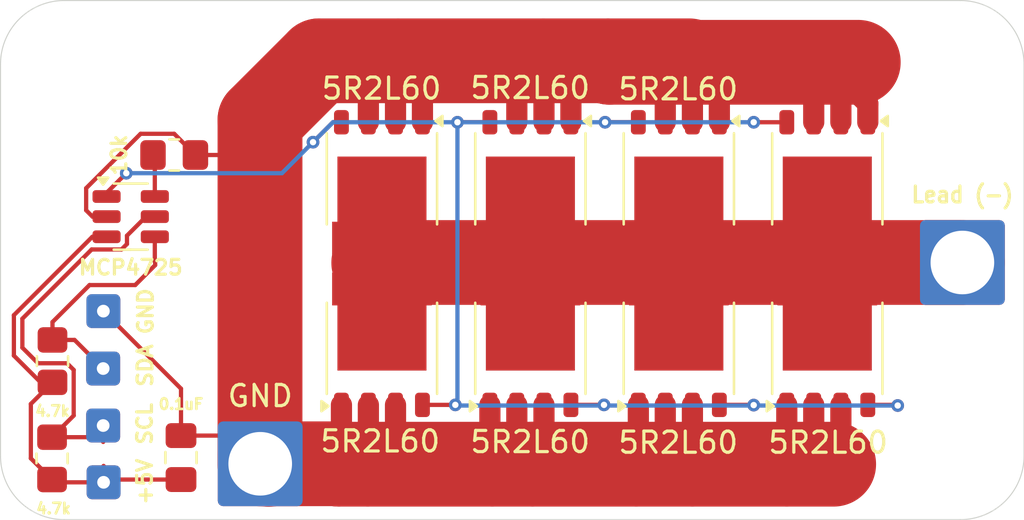
<source format=kicad_pcb>
(kicad_pcb (version 20240108) (generator "pcbnew") (generator_version "8.0")
  (layers (0 "F.Cu" signal) (31 "B.Cu" signal) (34 "B.Paste" user) (35 "F.Paste" user) (36 "B.SilkS" user "B.Silkscreen") (37 "F.SilkS" user "F.Silkscreen") (38 "B.Mask" user) (39 "F.Mask" user) (44 "Edge.Cuts" user))
  (net 0 "")
  (net 1 "GND")
  (net 2 "Net-(U1-A0)")
  (net 3 "SCL")
  (net 4 "+5V")
  (net 5 "SDA")
  (net 6 "Net-(Q1-G)")
  (net 7 "Lead (-)")
  (footprint "Package_TO_SOT_SMD:LFPAK56" (layer "F.Cu") (at 93.325 92.055 90)
    (property "Reference" "Q4" (hide yes))
    (property "Value" "5R2L60" (at -4.39 -0.08 0) (layer "F.SilkS"))
    (fp_line (start 2.15 -2.6) (end -2.15 -2.6) (stroke (width 0.12)) (layer "F.SilkS"))
    (fp_line (start -2.15 2.6) (end 2.15 2.6) (stroke (width 0.12)) (layer "F.SilkS"))
    (fp_poly (pts (xy -2.73 -2.523297) (xy -2.49 -2.853297) (xy -2.97 -2.853297) (xy -2.73 -2.523297)) (stroke (width 0.12)) (fill solid) (layer "F.SilkS"))
    (pad "1" smd roundrect (at -2.67 -1.91) (size 0.7 1.15) (layers "F.Cu" "F.Paste" "F.Mask") (net 1 "GND"))
    (pad "2" smd roundrect (at -2.67 -0.64) (size 0.7 1.15) (layers "F.Cu" "F.Paste" "F.Mask") (net 1 "GND"))
    (pad "3" smd roundrect (at -2.67 0.64) (size 0.7 1.15) (layers "F.Cu" "F.Paste" "F.Mask") (net 1 "GND"))
    (pad "4" smd roundrect (at -2.67 1.91) (size 0.7 1.15) (layers "F.Cu" "F.Paste" "F.Mask") (net 6 "Net-(Q1-G)"))
    (pad "5" smd custom (at 0.6 0 90) (size 3.3 4.2) (layers "F.Cu" "F.Mask") (net 7 "Lead (-)") (options (clearance outline) (anchor rect)) (primitives (gr_poly (pts (xy 2.975 2.35) (xy 1.425 2.35) (xy 1.425 -2.35) (xy 2.975 -2.35)) (width 0) (fill yes))))
  )
  (footprint "Package_TO_SOT_SMD:LFPAK56" (layer "F.Cu") (at 100.325 92.055 90)
    (property "Reference" "Q2" (hide yes))
    (property "Value" "5R2L60" (at -4.42 -0.01 0) (layer "F.SilkS"))
    (fp_line (start 2.15 -2.6) (end -2.15 -2.6) (stroke (width 0.12)) (layer "F.SilkS"))
    (fp_line (start -2.15 2.6) (end 2.15 2.6) (stroke (width 0.12)) (layer "F.SilkS"))
    (fp_poly (pts (xy -2.73 -2.523297) (xy -2.49 -2.853297) (xy -2.97 -2.853297) (xy -2.73 -2.523297)) (stroke (width 0.12)) (fill solid) (layer "F.SilkS"))
    (pad "1" smd roundrect (at -2.67 -1.91) (size 0.7 1.15) (layers "F.Cu" "F.Paste" "F.Mask") (net 1 "GND"))
    (pad "2" smd roundrect (at -2.67 -0.64) (size 0.7 1.15) (layers "F.Cu" "F.Paste" "F.Mask") (net 1 "GND"))
    (pad "3" smd roundrect (at -2.67 0.64) (size 0.7 1.15) (layers "F.Cu" "F.Paste" "F.Mask") (net 1 "GND"))
    (pad "4" smd roundrect (at -2.67 1.91) (size 0.7 1.15) (layers "F.Cu" "F.Paste" "F.Mask") (net 6 "Net-(Q1-G)"))
    (pad "5" smd custom (at 0.6 0 90) (size 3.3 4.2) (layers "F.Cu" "F.Mask") (net 7 "Lead (-)") (options (clearance outline) (anchor rect)) (primitives (gr_poly (pts (xy 2.975 2.35) (xy 1.425 2.35) (xy 1.425 -2.35) (xy 2.975 -2.35)) (width 0) (fill yes))))
  )
  (footprint "Package_TO_SOT_SMD:LFPAK56" (layer "F.Cu") (at 107.325 92.055 90)
    (property "Reference" "Q3" (hide yes))
    (property "Value" "5R2L60" (at -4.45 -0.03 0) (layer "F.SilkS"))
    (fp_line (start 2.15 -2.6) (end -2.15 -2.6) (stroke (width 0.12)) (layer "F.SilkS"))
    (fp_line (start -2.15 2.6) (end 2.15 2.6) (stroke (width 0.12)) (layer "F.SilkS"))
    (fp_poly (pts (xy -2.73 -2.523297) (xy -2.49 -2.853297) (xy -2.97 -2.853297) (xy -2.73 -2.523297)) (stroke (width 0.12)) (fill solid) (layer "F.SilkS"))
    (pad "1" smd roundrect (at -2.67 -1.91) (size 0.7 1.15) (layers "F.Cu" "F.Paste" "F.Mask") (net 1 "GND"))
    (pad "2" smd roundrect (at -2.67 -0.64) (size 0.7 1.15) (layers "F.Cu" "F.Paste" "F.Mask") (net 1 "GND"))
    (pad "3" smd roundrect (at -2.67 0.64) (size 0.7 1.15) (layers "F.Cu" "F.Paste" "F.Mask") (net 1 "GND"))
    (pad "4" smd roundrect (at -2.67 1.91) (size 0.7 1.15) (layers "F.Cu" "F.Paste" "F.Mask") (net 6 "Net-(Q1-G)"))
    (pad "5" smd custom (at 0.6 0 90) (size 3.3 4.2) (layers "F.Cu" "F.Mask") (net 7 "Lead (-)") (options (clearance outline) (anchor rect)) (primitives (gr_poly (pts (xy 2.975 2.35) (xy 1.425 2.35) (xy 1.425 -2.35) (xy 2.975 -2.35)) (width 0) (fill yes))))
  )
  (footprint "Connector_Wire:SolderWire-0.1sqmm_1x01_D0.4mm_OD1mm" (layer "F.Cu") (at 80.19 90.3)
    (property "Reference" "GND" (at 1.99 0.01 90) (layer "F.SilkS") (effects (font (size 0.7 0.7))))
    (property "Value" "Conn_01x01_Socket" (hide yes))
    (pad "1" thru_hole roundrect (at 0 0) (size 1.6 1.6) (drill 0.6) (layers "*.Cu" "*.Mask") (roundrect_rratio 0.15625) (net 1 "GND"))
  )
  (footprint "Connector_Wire:SolderWire-2.5sqmm_1x01_D2.4mm_OD3.6mm" (layer "F.Cu") (at 120.695 88.005)
    (property "Reference" "Lead (-)" (at 0 -3.2 0) (layer "F.SilkS") (effects (font (size 0.75 0.7))))
    (property "Value" "Conn_01x01_Socket" (hide yes))
    (pad "1" thru_hole roundrect (at 0 0) (size 4 4) (drill 3) (layers "*.Cu" "*.Mask") (roundrect_rratio 0.0625) (net 7 "Lead (-)"))
  )
  (footprint "Package_TO_SOT_SMD:LFPAK56" (layer "F.Cu") (at 107.325 84.055 -90)
    (property "Reference" "Q7" (hide yes))
    (property "Value" "5R2L60" (at -4.23 0.03 180) (layer "F.SilkS"))
    (fp_line (start -2.15 2.6) (end 2.15 2.6) (stroke (width 0.12)) (layer "F.SilkS"))
    (fp_line (start 2.15 -2.6) (end -2.15 -2.6) (stroke (width 0.12)) (layer "F.SilkS"))
    (fp_poly (pts (xy -2.73 -2.523297) (xy -2.49 -2.853297) (xy -2.97 -2.853297) (xy -2.73 -2.523297)) (stroke (width 0.12)) (fill solid) (layer "F.SilkS"))
    (pad "1" smd roundrect (at -2.67 -1.91 180) (size 0.7 1.15) (layers "F.Cu" "F.Paste" "F.Mask") (net 1 "GND"))
    (pad "2" smd roundrect (at -2.67 -0.64 180) (size 0.7 1.15) (layers "F.Cu" "F.Paste" "F.Mask") (net 1 "GND"))
    (pad "3" smd roundrect (at -2.67 0.64 180) (size 0.7 1.15) (layers "F.Cu" "F.Paste" "F.Mask") (net 1 "GND"))
    (pad "4" smd roundrect (at -2.67 1.91 180) (size 0.7 1.15) (layers "F.Cu" "F.Paste" "F.Mask") (net 6 "Net-(Q1-G)"))
    (pad "5" smd custom (at 0.6 0 270) (size 3.3 4.2) (layers "F.Cu" "F.Mask") (net 7 "Lead (-)") (options (clearance outline) (anchor rect)) (primitives (gr_poly (pts (xy 2.975 2.35) (xy 1.425 2.35) (xy 1.425 -2.35) (xy 2.975 -2.35)) (width 0) (fill yes))))
  )
  (footprint "Package_TO_SOT_SMD:LFPAK56" (layer "F.Cu") (at 114.325 84.055 -90)
    (property "Reference" "Q8" (hide yes))
    (property "Value" "5R2L60" (hide yes))
    (fp_line (start -2.15 2.6) (end 2.15 2.6) (stroke (width 0.12)) (layer "F.SilkS"))
    (fp_line (start 2.15 -2.6) (end -2.15 -2.6) (stroke (width 0.12)) (layer "F.SilkS"))
    (fp_poly (pts (xy -2.73 -2.523297) (xy -2.49 -2.853297) (xy -2.97 -2.853297) (xy -2.73 -2.523297)) (stroke (width 0.12)) (fill solid) (layer "F.SilkS"))
    (pad "1" smd roundrect (at -2.67 -1.91 180) (size 0.7 1.15) (layers "F.Cu" "F.Paste" "F.Mask") (net 1 "GND"))
    (pad "2" smd roundrect (at -2.67 -0.64 180) (size 0.7 1.15) (layers "F.Cu" "F.Paste" "F.Mask") (net 1 "GND"))
    (pad "3" smd roundrect (at -2.67 0.64 180) (size 0.7 1.15) (layers "F.Cu" "F.Paste" "F.Mask") (net 1 "GND"))
    (pad "4" smd roundrect (at -2.67 1.91 180) (size 0.7 1.15) (layers "F.Cu" "F.Paste" "F.Mask") (net 6 "Net-(Q1-G)"))
    (pad "5" smd custom (at 0.6 0 270) (size 3.3 4.2) (layers "F.Cu" "F.Mask") (net 7 "Lead (-)") (options (clearance outline) (anchor rect)) (primitives (gr_poly (pts (xy 2.975 2.35) (xy 1.425 2.35) (xy 1.425 -2.35) (xy 2.975 -2.35)) (width 0) (fill yes))))
  )
  (footprint "Capacitor_SMD:C_0805_2012Metric_Pad1.18x1.45mm_HandSolder" (layer "F.Cu") (at 83.85 97.2125 90)
    (property "Reference" "C1" (hide yes))
    (property "Value" "0.1uF" (at 2.5225 0 0) (layer "F.SilkS") (effects (font (size 0.5 0.5) (thickness 0.125))))
    (fp_line (start -0.261252 -0.735) (end 0.261252 -0.735) (stroke (width 0.12)) (layer "F.SilkS"))
    (fp_line (start -0.261252 0.735) (end 0.261252 0.735) (stroke (width 0.12)) (layer "F.SilkS"))
    (pad "1" smd roundrect (at -1.0375 0 90) (size 1.175 1.45) (layers "F.Cu" "F.Paste" "F.Mask") (roundrect_rratio 0.212766) (net 4 "+5V"))
    (pad "2" smd roundrect (at 1.0375 0 90) (size 1.175 1.45) (layers "F.Cu" "F.Paste" "F.Mask") (roundrect_rratio 0.212766) (net 1 "GND"))
  )
  (footprint "Connector_Wire:SolderWire-0.1sqmm_1x01_D0.4mm_OD1mm" (layer "F.Cu") (at 80.18 95.7)
    (property "Reference" "SCL" (at 1.96 -0.08 90) (layer "F.SilkS") (effects (font (size 0.7 0.7))))
    (property "Value" "Conn_01x01_Socket" (hide yes))
    (pad "1" thru_hole roundrect (at 0 0) (size 1.6 1.6) (drill 0.6) (layers "*.Cu" "*.Mask") (roundrect_rratio 0.15625) (net 3 "SCL"))
  )
  (footprint "Package_TO_SOT_SMD:LFPAK56" (layer "F.Cu") (at 114.325 92.055 90)
    (property "Reference" "Q5" (hide yes))
    (property "Value" "5R2L60" (at -4.45 0.04 0) (layer "F.SilkS"))
    (fp_line (start 2.15 -2.6) (end -2.15 -2.6) (stroke (width 0.12)) (layer "F.SilkS"))
    (fp_line (start -2.15 2.6) (end 2.15 2.6) (stroke (width 0.12)) (layer "F.SilkS"))
    (fp_poly (pts (xy -2.73 -2.523297) (xy -2.49 -2.853297) (xy -2.97 -2.853297) (xy -2.73 -2.523297)) (stroke (width 0.12)) (fill solid) (layer "F.SilkS"))
    (pad "1" smd roundrect (at -2.67 -1.91) (size 0.7 1.15) (layers "F.Cu" "F.Paste" "F.Mask") (net 1 "GND"))
    (pad "2" smd roundrect (at -2.67 -0.64) (size 0.7 1.15) (layers "F.Cu" "F.Paste" "F.Mask") (net 1 "GND"))
    (pad "3" smd roundrect (at -2.67 0.64) (size 0.7 1.15) (layers "F.Cu" "F.Paste" "F.Mask") (net 1 "GND"))
    (pad "4" smd roundrect (at -2.67 1.91) (size 0.7 1.15) (layers "F.Cu" "F.Paste" "F.Mask") (net 6 "Net-(Q1-G)"))
    (pad "5" smd custom (at 0.6 0 90) (size 3.3 4.2) (layers "F.Cu" "F.Mask") (net 7 "Lead (-)") (options (clearance outline) (anchor rect)) (primitives (gr_poly (pts (xy 2.975 2.35) (xy 1.425 2.35) (xy 1.425 -2.35) (xy 2.975 -2.35)) (width 0) (fill yes))))
  )
  (footprint "Package_TO_SOT_SMD:SOT-23-6" (layer "F.Cu") (at 81.4775 85.84)
    (property "Reference" "U1" (hide yes))
    (property "Value" "MCP4725" (at 0 2.4 0) (layer "F.SilkS") (effects (font (size 0.7 0.7))))
    (fp_line (start 0 -1.56) (end -0.8 -1.56) (stroke (width 0.12)) (layer "F.SilkS"))
    (fp_line (start 0 -1.56) (end 0.8 -1.56) (stroke (width 0.12)) (layer "F.SilkS"))
    (fp_line (start 0 1.56) (end -0.8 1.56) (stroke (width 0.12)) (layer "F.SilkS"))
    (fp_line (start 0 1.56) (end 0.8 1.56) (stroke (width 0.12)) (layer "F.SilkS"))
    (fp_poly (pts (xy -1.3 -1.51) (xy -1.54 -1.84) (xy -1.06 -1.84) (xy -1.3 -1.51)) (stroke (width 0.12)) (fill solid) (layer "F.SilkS"))
    (pad "1" smd roundrect (at -1.1375 -0.95) (size 1.325 0.6) (layers "F.Cu" "F.Paste" "F.Mask") (net 6 "Net-(Q1-G)"))
    (pad "2" smd roundrect (at -1.1375 0) (size 1.325 0.6) (layers "F.Cu" "F.Paste" "F.Mask") (net 1 "GND"))
    (pad "3" smd roundrect (at -1.1375 0.95) (size 1.325 0.6) (layers "F.Cu" "F.Paste" "F.Mask") (net 4 "+5V"))
    (pad "4" smd roundrect (at 1.1375 0.95) (size 1.325 0.6) (layers "F.Cu" "F.Paste" "F.Mask") (net 5 "SDA"))
    (pad "5" smd roundrect (at 1.1375 0) (size 1.325 0.6) (layers "F.Cu" "F.Paste" "F.Mask") (net 3 "SCL"))
    (pad "6" smd roundrect (at 1.1375 -0.95) (size 1.325 0.6) (layers "F.Cu" "F.Paste" "F.Mask") (net 2 "Net-(U1-A0)"))
  )
  (footprint "Connector_Wire:SolderWire-2.5sqmm_1x01_D2.4mm_OD3.6mm" (layer "F.Cu") (at 87.585 97.505)
    (property "Reference" "GND" (at 0 -3.2 0) (layer "F.SilkS"))
    (property "Value" "Conn_01x01_Socket" (hide yes))
    (pad "1" thru_hole roundrect (at 0 0) (size 4 4) (drill 3) (layers "*.Cu" "*.Mask") (roundrect_rratio 0.0625) (net 1 "GND"))
  )
  (footprint "Connector_Wire:SolderWire-0.1sqmm_1x01_D0.4mm_OD1mm" (layer "F.Cu") (at 80.2 98.38)
    (property "Reference" "+5V" (at 1.94 -0.03 90) (layer "F.SilkS") (effects (font (size 0.7 0.7))))
    (property "Value" "Conn_01x01_Socket" (hide yes))
    (pad "1" thru_hole roundrect (at 0 0) (size 1.6 1.6) (drill 0.6) (layers "*.Cu" "*.Mask") (roundrect_rratio 0.15625) (net 4 "+5V"))
  )
  (footprint "Resistor_SMD:R_0805_2012Metric_Pad1.20x1.40mm_HandSolder" (layer "F.Cu") (at 77.77 97.25 90)
    (property "Reference" "R2" (hide yes))
    (property "Value" "4.7k" (at -2.37 0.07 0) (layer "F.SilkS") (effects (font (size 0.5 0.5) (thickness 0.125))))
    (fp_line (start -0.227064 -0.735) (end 0.227064 -0.735) (stroke (width 0.12)) (layer "F.SilkS"))
    (fp_line (start -0.227064 0.735) (end 0.227064 0.735) (stroke (width 0.12)) (layer "F.SilkS"))
    (pad "1" smd roundrect (at -1 0 90) (size 1.2 1.4) (layers "F.Cu" "F.Paste" "F.Mask") (roundrect_rratio 0.208333) (net 4 "+5V"))
    (pad "2" smd roundrect (at 1 0 90) (size 1.2 1.4) (layers "F.Cu" "F.Paste" "F.Mask") (roundrect_rratio 0.208333) (net 3 "SCL"))
  )
  (footprint "Connector_Wire:SolderWire-0.1sqmm_1x01_D0.4mm_OD1mm" (layer "F.Cu") (at 80.18 93.01)
    (property "Reference" "SDA" (at 1.98 -0.14 90) (layer "F.SilkS") (effects (font (size 0.7 0.7))))
    (property "Value" "Conn_01x01_Socket" (hide yes))
    (pad "1" thru_hole roundrect (at 0 0) (size 1.6 1.6) (drill 0.6) (layers "*.Cu" "*.Mask") (roundrect_rratio 0.15625) (net 5 "SDA"))
  )
  (footprint "Resistor_SMD:R_0805_2012Metric_Pad1.20x1.40mm_HandSolder" (layer "F.Cu") (at 77.79 92.66 90)
    (property "Reference" "R3" (hide yes))
    (property "Value" "4.7k" (at -2.36 0 0) (layer "F.SilkS") (effects (font (size 0.5 0.5) (thickness 0.125))))
    (fp_line (start -0.227064 -0.735) (end 0.227064 -0.735) (stroke (width 0.12)) (layer "F.SilkS"))
    (fp_line (start -0.227064 0.735) (end 0.227064 0.735) (stroke (width 0.12)) (layer "F.SilkS"))
    (pad "1" smd roundrect (at -1 0 90) (size 1.2 1.4) (layers "F.Cu" "F.Paste" "F.Mask") (roundrect_rratio 0.208333) (net 4 "+5V"))
    (pad "2" smd roundrect (at 1 0 90) (size 1.2 1.4) (layers "F.Cu" "F.Paste" "F.Mask") (roundrect_rratio 0.208333) (net 5 "SDA"))
  )
  (footprint "Package_TO_SOT_SMD:LFPAK56" (layer "F.Cu") (at 100.325 84.055 -90)
    (property "Reference" "Q6" (hide yes))
    (property "Value" "5R2L60" (at -4.29 0.01 180) (layer "F.SilkS"))
    (fp_line (start -2.15 2.6) (end 2.15 2.6) (stroke (width 0.12)) (layer "F.SilkS"))
    (fp_line (start 2.15 -2.6) (end -2.15 -2.6) (stroke (width 0.12)) (layer "F.SilkS"))
    (fp_poly (pts (xy -2.73 -2.523297) (xy -2.49 -2.853297) (xy -2.97 -2.853297) (xy -2.73 -2.523297)) (stroke (width 0.12)) (fill solid) (layer "F.SilkS"))
    (pad "1" smd roundrect (at -2.67 -1.91 180) (size 0.7 1.15) (layers "F.Cu" "F.Paste" "F.Mask") (net 1 "GND"))
    (pad "2" smd roundrect (at -2.67 -0.64 180) (size 0.7 1.15) (layers "F.Cu" "F.Paste" "F.Mask") (net 1 "GND"))
    (pad "3" smd roundrect (at -2.67 0.64 180) (size 0.7 1.15) (layers "F.Cu" "F.Paste" "F.Mask") (net 1 "GND"))
    (pad "4" smd roundrect (at -2.67 1.91 180) (size 0.7 1.15) (layers "F.Cu" "F.Paste" "F.Mask") (net 6 "Net-(Q1-G)"))
    (pad "5" smd custom (at 0.6 0 270) (size 3.3 4.2) (layers "F.Cu" "F.Mask") (net 7 "Lead (-)") (options (clearance outline) (anchor rect)) (primitives (gr_poly (pts (xy 2.975 2.35) (xy 1.425 2.35) (xy 1.425 -2.35) (xy 2.975 -2.35)) (width 0) (fill yes))))
  )
  (footprint "Resistor_SMD:R_0805_2012Metric_Pad1.20x1.40mm_HandSolder" (layer "F.Cu") (at 83.53 82.93)
    (property "Reference" "R1" (hide yes))
    (property "Value" "10k" (at -2.6 0 90) (layer "F.SilkS") (effects (font (size 0.7 0.7))))
    (fp_line (start -0.227064 -0.735) (end 0.227064 -0.735) (stroke (width 0.12)) (layer "F.SilkS"))
    (fp_line (start -0.227064 0.735) (end 0.227064 0.735) (stroke (width 0.12)) (layer "F.SilkS"))
    (pad "1" smd roundrect (at -1 0) (size 1.2 1.4) (layers "F.Cu" "F.Paste" "F.Mask") (roundrect_rratio 0.208333) (net 2 "Net-(U1-A0)"))
    (pad "2" smd roundrect (at 1 0) (size 1.2 1.4) (layers "F.Cu" "F.Paste" "F.Mask") (roundrect_rratio 0.208333) (net 1 "GND"))
  )
  (footprint "Package_TO_SOT_SMD:LFPAK56" (layer "F.Cu") (at 93.325 84.055 -90)
    (property "Reference" "Q1" (hide yes))
    (property "Value" "5R2L60" (at -4.26 0.02 180) (layer "F.SilkS"))
    (fp_line (start -2.15 2.6) (end 2.15 2.6) (stroke (width 0.12)) (layer "F.SilkS"))
    (fp_line (start 2.15 -2.6) (end -2.15 -2.6) (stroke (width 0.12)) (layer "F.SilkS"))
    (fp_poly (pts (xy -2.73 -2.523297) (xy -2.49 -2.853297) (xy -2.97 -2.853297) (xy -2.73 -2.523297)) (stroke (width 0.12)) (fill solid) (layer "F.SilkS"))
    (pad "1" smd roundrect (at -2.67 -1.91 180) (size 0.7 1.15) (layers "F.Cu" "F.Paste" "F.Mask") (net 1 "GND"))
    (pad "2" smd roundrect (at -2.67 -0.64 180) (size 0.7 1.15) (layers "F.Cu" "F.Paste" "F.Mask") (net 1 "GND"))
    (pad "3" smd roundrect (at -2.67 0.64 180) (size 0.7 1.15) (layers "F.Cu" "F.Paste" "F.Mask") (net 1 "GND"))
    (pad "4" smd roundrect (at -2.67 1.91 180) (size 0.7 1.15) (layers "F.Cu" "F.Paste" "F.Mask") (net 6 "Net-(Q1-G)"))
    (pad "5" smd custom (at 0.6 0 270) (size 3.3 4.2) (layers "F.Cu" "F.Mask") (net 7 "Lead (-)") (options (clearance outline) (anchor rect)) (primitives (gr_poly (pts (xy 2.975 2.35) (xy 1.425 2.35) (xy 1.425 -2.35) (xy 2.975 -2.35)) (width 0) (fill yes))))
  )
  (gr_arc (start 75.34 78.64) (mid 76.21868 76.51868) (end 78.34 75.64) (stroke (width 0.05)) (layer "Edge.Cuts"))
  (gr_line (start 75.34 97.14) (end 75.34 78.64) (stroke (width 0.05)) (layer "Edge.Cuts"))
  (gr_arc (start 78.34 100.14) (mid 76.21868 99.26132) (end 75.34 97.14) (stroke (width 0.05)) (layer "Edge.Cuts"))
  (gr_line (start 123.6 78.64) (end 123.6 97.14) (stroke (width 0.05)) (layer "Edge.Cuts"))
  (gr_arc (start 123.6 97.14) (mid 122.72132 99.26132) (end 120.6 100.14) (stroke (width 0.05)) (layer "Edge.Cuts"))
  (gr_line (start 78.34 75.64) (end 120.6 75.64) (stroke (width 0.05)) (layer "Edge.Cuts"))
  (gr_arc (start 120.6 75.64) (mid 122.72132 76.51868) (end 123.6 78.64) (stroke (width 0.05)) (layer "Edge.Cuts"))
  (gr_line (start 120.6 100.14) (end 78.34 100.14) (stroke (width 0.05)) (layer "Edge.Cuts"))
  (segment (start 106.685 94.725) (end 106.685 96.155) (width 1) (layer "F.Cu") (net 1))
  (segment (start 93.965 94.725) (end 93.965 96.215) (width 1) (layer "F.Cu") (net 1))
  (segment (start 85.92 82.93) (end 87.575 81.275) (width 0.2) (layer "F.Cu") (net 1))
  (segment (start 90.365 78.485) (end 87.575 81.275) (width 4) (layer "F.Cu") (net 1))
  (segment (start 98.415 94.725) (end 98.415 97.415) (width 1) (layer "F.Cu") (net 1))
  (segment (start 103.985 78.485) (end 107.815 78.485) (width 4) (layer "F.Cu") (net 1))
  (segment (start 80.34 85.84) (end 79.677501 85.84) (width 0.2) (layer "F.Cu") (net 1))
  (segment (start 90.365 78.485) (end 94.085 78.485) (width 4) (layer "F.Cu") (net 1))
  (segment (start 116.235 81.385) (end 116.235 80.505) (width 1) (layer "F.Cu") (net 1))
  (segment (start 113.685 81.385) (end 113.685 79.015) (width 1) (layer "F.Cu") (net 1))
  (segment (start 95.235 79.635) (end 94.085 78.485) (width 1) (layer "F.Cu") (net 1))
  (segment (start 106.685 79.615) (end 107.815 78.485) (width 1) (layer "F.Cu") (net 1))
  (segment (start 109.235 79.905) (end 107.815 78.485) (width 1) (layer "F.Cu") (net 1))
  (segment (start 79.3775 84.497756) (end 81.945256 81.93) (width 0.2) (layer "F.Cu") (net 1))
  (segment (start 112.415 97.525) (end 114.625 97.525) (width 4) (layer "F.Cu") (net 1))
  (segment (start 98.525 97.525) (end 100.425 97.525) (width 4) (layer "F.Cu") (net 1))
  (segment (start 92.685 81.385) (end 92.685 79.885) (width 1) (layer "F.Cu") (net 1))
  (segment (start 100.965 94.725) (end 100.965 96.985) (width 1) (layer "F.Cu") (net 1))
  (segment (start 113.685 79.015) (end 114.215 78.485) (width 1) (layer "F.Cu") (net 1))
  (segment (start 99.685 79.735) (end 100.935 78.485) (width 1) (layer "F.Cu") (net 1))
  (segment (start 102.235 79.785) (end 100.935 78.485) (width 1) (layer "F.Cu") (net 1))
  (segment (start 84.53 82.93) (end 85.92 82.93) (width 0.2) (layer "F.Cu") (net 1))
  (segment (start 81.945256 81.93) (end 83.53 81.93) (width 0.2) (layer "F.Cu") (net 1))
  (segment (start 87.575 81.275) (end 87.575 97.495) (width 4) (layer "F.Cu") (net 1))
  (segment (start 98.415 97.415) (end 98.525 97.525) (width 1) (layer "F.Cu") (net 1))
  (segment (start 107.965 81.385) (end 107.965 78.635) (width 1) (layer "F.Cu") (net 1))
  (segment (start 95.235 81.385) (end 95.235 79.635) (width 1) (layer "F.Cu") (net 1))
  (segment (start 91.415 97.405) (end 91.295 97.525) (width 1) (layer "F.Cu") (net 1))
  (segment (start 100.965 96.985) (end 100.425 97.525) (width 1) (layer "F.Cu") (net 1))
  (segment (start 105.315 97.525) (end 107.965 97.525) (width 4) (layer "F.Cu") (net 1))
  (segment (start 103.985 78.485) (end 104.055 78.555) (width 4) (layer "F.Cu") (net 1))
  (segment (start 83.85 96.175) (end 86.255 96.175) (width 0.2) (layer "F.Cu") (net 1))
  (segment (start 79.3775 85.539999) (end 79.3775 84.497756) (width 0.2) (layer "F.Cu") (net 1))
  (segment (start 100.965 81.385) (end 100.965 78.515) (width 1) (layer "F.Cu") (net 1))
  (segment (start 91.295 97.525) (end 92.655 97.525) (width 4) (layer "F.Cu") (net 1))
  (segment (start 83.85 93.96) (end 80.19 90.3) (width 0.2) (layer "F.Cu") (net 1))
  (segment (start 94.085 78.485) (end 100.935 78.485) (width 4) (layer "F.Cu") (net 1))
  (segment (start 87.575 97.495) (end 87.585 97.505) (width 4) (layer "F.Cu") (net 1))
  (segment (start 104.055 78.555) (end 115.785 78.555) (width 4) (layer "F.Cu") (net 1))
  (segment (start 79.677501 85.84) (end 79.3775 85.539999) (width 0.2) (layer "F.Cu") (net 1))
  (segment (start 86.45 98.64) (end 87.585 97.505) (width 0.2) (layer "F.Cu") (net 1))
  (segment (start 102.235 81.385) (end 102.235 79.785) (width 1) (layer "F.Cu") (net 1))
  (segment (start 100.425 97.525) (end 105.315 97.525) (width 4) (layer "F.Cu") (net 1))
  (segment (start 86.255 96.175) (end 87.585 97.505) (width 0.2) (layer "F.Cu") (net 1))
  (segment (start 99.685 94.725) (end 99.685 96.365) (width 1) (layer "F.Cu") (net 1))
  (segment (start 113.685 96.255) (end 112.415 97.525) (width 1) (layer "F.Cu") (net 1))
  (segment (start 93.965 78.605) (end 94.085 78.485) (width 1) (layer "F.Cu") (net 1))
  (segment (start 80.34 90.15) (end 80.19 90.3) (width 0.2) (layer "F.Cu") (net 1))
  (segment (start 92.685 79.885) (end 94.085 78.485) (width 1) (layer "F.Cu") (net 1))
  (segment (start 87.585 97.505) (end 91.275 97.505) (width 4) (layer "F.Cu") (net 1))
  (segment (start 114.965 79.235) (end 114.215 78.485) (width 1) (layer "F.Cu") (net 1))
  (segment (start 114.965 97.185) (end 114.625 97.525) (width 1) (layer "F.Cu") (net 1))
  (segment (start 107.965 78.635) (end 107.815 78.485) (width 1) (layer "F.Cu") (net 1))
  (segment (start 91.415 94.725) (end 91.415 97.405) (width 1) (layer "F.Cu") (net 1))
  (segment (start 100.965 78.515) (end 100.935 78.485) (width 1) (layer "F.Cu") (net 1))
  (segment (start 106.685 81.385) (end 106.685 79.615) (width 1) (layer "F.Cu") (net 1))
  (segment (start 105.415 97.425) (end 105.315 97.525) (width 1) (layer "F.Cu") (net 1))
  (segment (start 116.235 80.505) (end 114.215 78.485) (width 1) (layer "F.Cu") (net 1))
  (segment (start 100.935 78.485) (end 103.985 78.485) (width 4) (layer "F.Cu") (net 1))
  (segment (start 99.685 81.385) (end 99.685 79.735) (width 1) (layer "F.Cu") (net 1))
  (segment (start 105.415 94.725) (end 105.415 97.425) (width 1) (layer "F.Cu") (net 1))
  (segment (start 92.685 97.495) (end 92.655 97.525) (width 1) (layer "F.Cu") (net 1))
  (segment (start 112.415 94.725) (end 112.415 97.525) (width 1) (layer "F.Cu") (net 1))
  (segment (start 83.53 81.93) (end 84.53 82.93) (width 0.2) (layer "F.Cu") (net 1))
  (segment (start 115.585 78.355) (end 115.785 78.555) (width 0.2) (layer "F.Cu") (net 1))
  (segment (start 109.235 81.385) (end 109.235 79.905) (width 1) (layer "F.Cu") (net 1))
  (segment (start 93.965 96.215) (end 92.655 97.525) (width 1) (layer "F.Cu") (net 1))
  (segment (start 87.575 97.125) (end 87.985 97.535) (width 4) (layer "F.Cu") (net 1))
  (segment (start 114.965 94.725) (end 114.965 97.185) (width 1) (layer "F.Cu") (net 1))
  (segment (start 107.965 94.725) (end 107.965 97.525) (width 1) (layer "F.Cu") (net 1))
  (segment (start 92.685 94.725) (end 92.685 97.495) (width 1) (layer "F.Cu") (net 1))
  (segment (start 113.685 94.725) (end 113.685 96.255) (width 1) (layer "F.Cu") (net 1))
  (segment (start 93.965 81.385) (end 93.965 78.605) (width 1) (layer "F.Cu") (net 1))
  (segment (start 91.275 97.505) (end 91.295 97.525) (width 4) (layer "F.Cu") (net 1))
  (segment (start 106.685 96.155) (end 105.315 97.525) (width 1) (layer "F.Cu") (net 1))
  (segment (start 83.85 96.175) (end 83.85 93.96) (width 0.2) (layer "F.Cu") (net 1))
  (segment (start 114.965 81.385) (end 114.965 79.235) (width 1) (layer "F.Cu") (net 1))
  (segment (start 92.655 97.525) (end 98.525 97.525) (width 4) (layer "F.Cu") (net 1))
  (segment (start 107.965 97.525) (end 112.415 97.525) (width 4) (layer "F.Cu") (net 1))
  (segment (start 99.685 96.365) (end 98.525 97.525) (width 1) (layer "F.Cu") (net 1))
  (segment (start 82.615 83.015) (end 82.53 82.93) (width 0.2) (layer "F.Cu") (net 2))
  (segment (start 82.615 84.89) (end 82.615 83.015) (width 0.2) (layer "F.Cu") (net 2))
  (segment (start 80.18 96.475256) (end 80.18 95.7) (width 0.2) (layer "F.Cu") (net 3))
  (segment (start 82.199571 85.84) (end 81.3025 86.737071) (width 0.2) (layer "F.Cu") (net 3))
  (segment (start 78.79 95.23) (end 77.77 96.25) (width 0.2) (layer "F.Cu") (net 3))
  (segment (start 76.37 92.024744) (end 77.105256 92.76) (width 0.2) (layer "F.Cu") (net 3))
  (segment (start 81.3025 87.130552) (end 81.043052 87.39) (width 0.2) (layer "F.Cu") (net 3))
  (segment (start 81.3025 86.737071) (end 81.3025 87.130552) (width 0.2) (layer "F.Cu") (net 3))
  (segment (start 79.63 96.25) (end 80.18 95.7) (width 0.2) (layer "F.Cu") (net 3))
  (segment (start 76.37 90.656948) (end 76.37 92.024744) (width 0.2) (layer "F.Cu") (net 3))
  (segment (start 82.615 85.84) (end 82.199571 85.84) (width 0.2) (layer "F.Cu") (net 3))
  (segment (start 81.043052 87.39) (end 79.636948 87.39) (width 0.2) (layer "F.Cu") (net 3))
  (segment (start 79.636948 87.39) (end 76.37 90.656948) (width 0.2) (layer "F.Cu") (net 3))
  (segment (start 78.79 93.075256) (end 78.79 95.23) (width 0.2) (layer "F.Cu") (net 3))
  (segment (start 78.474744 92.76) (end 78.79 93.075256) (width 0.2) (layer "F.Cu") (net 3))
  (segment (start 77.105256 92.76) (end 78.474744 92.76) (width 0.2) (layer "F.Cu") (net 3))
  (segment (start 77.77 96.25) (end 79.63 96.25) (width 0.2) (layer "F.Cu") (net 3))
  (segment (start 76.77 94.68) (end 77.79 93.66) (width 0.2) (layer "F.Cu") (net 4))
  (segment (start 80.34 86.79) (end 79.671262 86.79) (width 0.2) (layer "F.Cu") (net 4))
  (segment (start 80.08 98.25) (end 83.85 98.25) (width 0.2) (layer "F.Cu") (net 4))
  (segment (start 79.95 98.38) (end 80.08 98.25) (width 0.2) (layer "F.Cu") (net 4))
  (segment (start 76.77 97.25) (end 76.77 94.68) (width 0.2) (layer "F.Cu") (net 4))
  (segment (start 79.671262 86.79) (end 75.97 90.491263) (width 0.2) (layer "F.Cu") (net 4))
  (segment (start 80.2 98.38) (end 77.9 98.38) (width 0.2) (layer "F.Cu") (net 4))
  (segment (start 77.77 98.25) (end 76.77 97.25) (width 0.2) (layer "F.Cu") (net 4))
  (segment (start 77.9 98.38) (end 77.77 98.25) (width 0.2) (layer "F.Cu") (net 4))
  (segment (start 77.23 93.66) (end 77.79 93.66) (width 0.2) (layer "F.Cu") (net 4))
  (segment (start 75.97 92.4) (end 77.23 93.66) (width 0.2) (layer "F.Cu") (net 4))
  (segment (start 80.2 98.38) (end 79.95 98.38) (width 0.2) (layer "F.Cu") (net 4))
  (segment (start 80.2 97.604744) (end 80.2 98.38) (width 0.2) (layer "F.Cu") (net 4))
  (segment (start 75.97 90.491263) (end 75.97 92.4) (width 0.2) (layer "F.Cu") (net 4))
  (segment (start 82.63 87.97) (end 82.615 87.955) (width 0.2) (layer "F.Cu") (net 5))
  (segment (start 82.63 88.13) (end 82.63 87.97) (width 0.2) (layer "F.Cu") (net 5))
  (segment (start 77.79 90.815256) (end 77.79 91.66) (width 0.2) (layer "F.Cu") (net 5))
  (segment (start 78.83 91.66) (end 80.18 93.01) (width 0.2) (layer "F.Cu") (net 5))
  (segment (start 82.615 87.955) (end 82.615 86.79) (width 0.2) (layer "F.Cu") (net 5))
  (segment (start 77.79 90.815256) (end 79.535256 89.07) (width 0.2) (layer "F.Cu") (net 5))
  (segment (start 79.535256 89.07) (end 81.69 89.07) (width 0.2) (layer "F.Cu") (net 5))
  (segment (start 77.79 91.66) (end 78.83 91.66) (width 0.2) (layer "F.Cu") (net 5))
  (segment (start 81.69 89.07) (end 82.63 88.13) (width 0.2) (layer "F.Cu") (net 5))
  (segment (start 112.415 81.385) (end 110.855 81.385) (width 0.2) (layer "F.Cu") (net 6))
  (segment (start 102.235 94.725) (end 103.795 94.725) (width 0.2) (layer "F.Cu") (net 6))
  (segment (start 80.34 84.89) (end 80.34 84.72) (width 0.2) (layer "F.Cu") (net 6))
  (segment (start 96.925 81.375) (end 95.935 81.375) (width 0) (layer "F.Cu") (net 6))
  (segment (start 96.895 81.375) (end 96.925 81.375) (width 0) (layer "F.Cu") (net 6))
  (segment (start 91.015 81.385) (end 90.075 82.325) (width 0.2) (layer "F.Cu") (net 6))
  (segment (start 96.885 81.385) (end 96.895 81.375) (width 0) (layer "F.Cu") (net 6))
  (segment (start 117.615 94.725) (end 117.645 94.755) (width 0.2) (layer "F.Cu") (net 6))
  (segment (start 110.845 94.725) (end 110.855 94.735) (width 0.2) (layer "F.Cu") (net 6))
  (segment (start 109.235 94.725) (end 110.845 94.725) (width 0.2) (layer "F.Cu") (net 6))
  (segment (start 98.415 81.385) (end 96.885 81.385) (width 0.2) (layer "F.Cu") (net 6))
  (segment (start 95.235 94.725) (end 96.785 94.725) (width 0.2) (layer "F.Cu") (net 6))
  (segment (start 105.415 81.385) (end 103.845 81.385) (width 0.2) (layer "F.Cu") (net 6))
  (segment (start 116.235 94.725) (end 117.615 94.725) (width 0.2) (layer "F.Cu") (net 6))
  (segment (start 91.415 81.385) (end 91.015 81.385) (width 0.2) (layer "F.Cu") (net 6))
  (segment (start 80.34 84.72) (end 81.27 83.79) (width 0.2) (layer "F.Cu") (net 6))
  (via (at 81.27 83.79) (size 0.6) (drill 0.3) (layers "F.Cu" "B.Cu") (net 6))
  (via (at 110.855 94.735) (size 0.6) (drill 0.3) (layers "F.Cu" "B.Cu") (net 6))
  (via (at 96.885 81.385) (size 0.6) (drill 0.3) (layers "F.Cu" "B.Cu") (net 6))
  (via (at 117.645 94.755) (size 0.6) (drill 0.3) (layers "F.Cu" "B.Cu") (net 6))
  (via (at 96.785 94.725) (size 0.6) (drill 0.3) (layers "F.Cu" "B.Cu") (net 6))
  (via (at 90.075 82.325) (size 0.6) (drill 0.3) (layers "F.Cu" "B.Cu") (net 6))
  (via (at 103.845 81.385) (size 0.6) (drill 0.3) (layers "F.Cu" "B.Cu") (net 6))
  (via (at 103.795 94.725) (size 0.6) (drill 0.3) (layers "F.Cu" "B.Cu") (net 6))
  (via (at 110.855 81.385) (size 0.6) (drill 0.3) (layers "F.Cu" "B.Cu") (net 6))
  (segment (start 91.015 81.385) (end 90.075 82.325) (width 0.2) (layer "B.Cu") (net 6))
  (segment (start 81.27 83.79) (end 88.61 83.79) (width 0.2) (layer "B.Cu") (net 6))
  (segment (start 96.885 81.385) (end 91.015 81.385) (width 0.2) (layer "B.Cu") (net 6))
  (segment (start 96.885 94.625) (end 96.785 94.725) (width 0.2) (layer "B.Cu") (net 6))
  (segment (start 117.645 94.755) (end 96.815 94.755) (width 0.2) (layer "B.Cu") (net 6))
  (segment (start 88.61 83.79) (end 90.075 82.325) (width 0.2) (layer "B.Cu") (net 6))
  (segment (start 96.885 81.385) (end 103.845 81.385) (width 0.2) (layer "B.Cu") (net 6))
  (segment (start 96.885 81.385) (end 96.885 94.625) (width 0.2) (layer "B.Cu") (net 6))
  (segment (start 110.855 81.385) (end 103.845 81.385) (width 0.2) (layer "B.Cu") (net 6))
  (segment (start 96.815 94.755) (end 96.785 94.725) (width 0.2) (layer "B.Cu") (net 6))
  (segment (start 120.695 88.005) (end 92.955 88.005) (width 4) (layer "F.Cu") (net 7))
  (segment (start 92.955 88.005) (end 92.94 88.02) (width 4) (layer "F.Cu") (net 7))
  (segment (start 120.695 87.975) (end 120.755 87.915) (width 3) (layer "B.Cu") (net 7))
)
</source>
